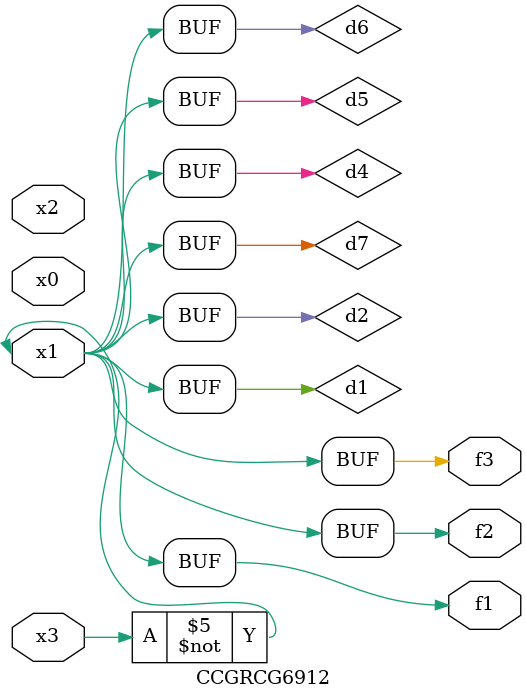
<source format=v>
module CCGRCG6912(
	input x0, x1, x2, x3,
	output f1, f2, f3
);

	wire d1, d2, d3, d4, d5, d6, d7;

	not (d1, x3);
	buf (d2, x1);
	xnor (d3, d1, d2);
	nor (d4, d1);
	buf (d5, d1, d2);
	buf (d6, d4, d5);
	nand (d7, d4);
	assign f1 = d6;
	assign f2 = d7;
	assign f3 = d6;
endmodule

</source>
